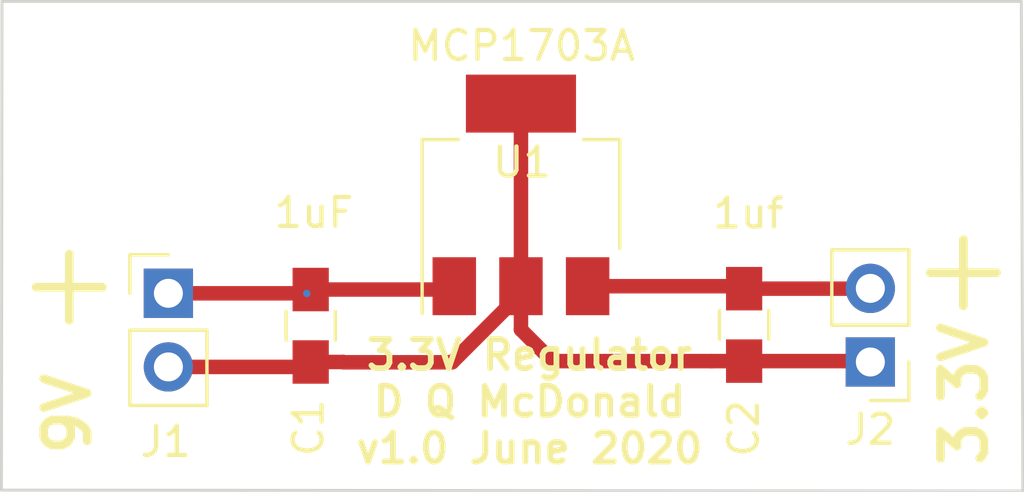
<source format=kicad_pcb>
(kicad_pcb (version 20171130) (host pcbnew "(5.1.2-1)-1")

  (general
    (thickness 1.6)
    (drawings 9)
    (tracks 23)
    (zones 0)
    (modules 7)
    (nets 4)
  )

  (page A4)
  (layers
    (0 F.Cu signal)
    (31 B.Cu signal)
    (32 B.Adhes user)
    (33 F.Adhes user)
    (34 B.Paste user)
    (35 F.Paste user)
    (36 B.SilkS user)
    (37 F.SilkS user)
    (38 B.Mask user)
    (39 F.Mask user)
    (40 Dwgs.User user)
    (41 Cmts.User user)
    (42 Eco1.User user)
    (43 Eco2.User user)
    (44 Edge.Cuts user)
    (45 Margin user)
    (46 B.CrtYd user)
    (47 F.CrtYd user)
    (48 B.Fab user)
    (49 F.Fab user)
  )

  (setup
    (last_trace_width 0.25)
    (trace_clearance 0.2)
    (zone_clearance 0.508)
    (zone_45_only no)
    (trace_min 0.2)
    (via_size 0.8)
    (via_drill 0.4)
    (via_min_size 0.4)
    (via_min_drill 0.3)
    (uvia_size 0.3)
    (uvia_drill 0.1)
    (uvias_allowed no)
    (uvia_min_size 0.2)
    (uvia_min_drill 0.1)
    (edge_width 0.05)
    (segment_width 0.2)
    (pcb_text_width 0.3)
    (pcb_text_size 1.5 1.5)
    (mod_edge_width 0.12)
    (mod_text_size 1 1)
    (mod_text_width 0.15)
    (pad_size 1.524 1.524)
    (pad_drill 0.762)
    (pad_to_mask_clearance 0.051)
    (solder_mask_min_width 0.25)
    (aux_axis_origin 0 0)
    (visible_elements FFFFFF7F)
    (pcbplotparams
      (layerselection 0x010a0_7fffffff)
      (usegerberextensions false)
      (usegerberattributes false)
      (usegerberadvancedattributes false)
      (creategerberjobfile false)
      (excludeedgelayer true)
      (linewidth 0.100000)
      (plotframeref false)
      (viasonmask false)
      (mode 1)
      (useauxorigin false)
      (hpglpennumber 1)
      (hpglpenspeed 20)
      (hpglpendiameter 15.000000)
      (psnegative false)
      (psa4output false)
      (plotreference true)
      (plotvalue true)
      (plotinvisibletext false)
      (padsonsilk false)
      (subtractmaskfromsilk false)
      (outputformat 1)
      (mirror false)
      (drillshape 0)
      (scaleselection 1)
      (outputdirectory "Gerber/"))
  )

  (net 0 "")
  (net 1 "Net-(C1-Pad1)")
  (net 2 "Net-(C1-Pad2)")
  (net 3 "Net-(C2-Pad1)")

  (net_class Default "This is the default net class."
    (clearance 0.2)
    (trace_width 0.25)
    (via_dia 0.8)
    (via_drill 0.4)
    (uvia_dia 0.3)
    (uvia_drill 0.1)
    (add_net "Net-(C1-Pad1)")
    (add_net "Net-(C1-Pad2)")
    (add_net "Net-(C2-Pad1)")
  )

  (module Mounting_Holes:MountingHole_3.2mm_M3 (layer F.Cu) (tedit 56D1B4CB) (tstamp 5EDC0B91)
    (at 116.22 -80.23)
    (descr "Mounting Hole 3.2mm, no annular, M3")
    (tags "mounting hole 3.2mm no annular m3")
    (attr virtual)
    (fp_text reference " " (at -5.65 0.53 90) (layer F.SilkS)
      (effects (font (size 1 1) (thickness 0.15)))
    )
    (fp_text value " " (at 0 4.2) (layer F.Fab)
      (effects (font (size 1 1) (thickness 0.15)))
    )
    (fp_text user %R (at 0.3 0) (layer F.Fab)
      (effects (font (size 1 1) (thickness 0.15)))
    )
    (fp_circle (center 0 0) (end 3.2 0) (layer Cmts.User) (width 0.15))
    (fp_circle (center 0 0) (end 3.45 0) (layer F.CrtYd) (width 0.05))
    (pad 1 np_thru_hole circle (at 0 0) (size 3.2 3.2) (drill 3.2) (layers *.Cu *.Mask))
  )

  (module Mounting_Holes:MountingHole_3.2mm_M3 (layer F.Cu) (tedit 56D1B4CB) (tstamp 5EDC0936)
    (at 88.87 -80.31)
    (descr "Mounting Hole 3.2mm, no annular, M3")
    (tags "mounting hole 3.2mm no annular m3")
    (attr virtual)
    (fp_text reference " " (at 6.08 -0.23) (layer F.SilkS)
      (effects (font (size 1 1) (thickness 0.15)))
    )
    (fp_text value "" (at 0 4.2) (layer F.Fab)
      (effects (font (size 1 1) (thickness 0.15)))
    )
    (fp_text user %R (at 0.3 0) (layer F.Fab)
      (effects (font (size 1 1) (thickness 0.15)))
    )
    (fp_circle (center 0 0) (end 3.2 0) (layer Cmts.User) (width 0.15))
    (fp_circle (center 0 0) (end 3.45 0) (layer F.CrtYd) (width 0.05))
    (pad 1 np_thru_hole circle (at 0 0) (size 3.2 3.2) (drill 3.2) (layers *.Cu *.Mask))
  )

  (module Capacitors_SMD:C_0805_HandSoldering (layer F.Cu) (tedit 58AA84A8) (tstamp 5EDB4725)
    (at 95.49 -72.8 270)
    (descr "Capacitor SMD 0805, hand soldering")
    (tags "capacitor 0805")
    (path /5EDB7212)
    (attr smd)
    (fp_text reference C1 (at 3.52 0.08 90) (layer F.SilkS)
      (effects (font (size 1 1) (thickness 0.15)))
    )
    (fp_text value 1uF (at -3.9 -0.11) (layer F.SilkS)
      (effects (font (size 1 1) (thickness 0.15)))
    )
    (fp_line (start -1 0.62) (end -1 -0.62) (layer F.Fab) (width 0.1))
    (fp_line (start 1 0.62) (end -1 0.62) (layer F.Fab) (width 0.1))
    (fp_line (start 1 -0.62) (end 1 0.62) (layer F.Fab) (width 0.1))
    (fp_line (start -1 -0.62) (end 1 -0.62) (layer F.Fab) (width 0.1))
    (fp_line (start 0.5 -0.85) (end -0.5 -0.85) (layer F.SilkS) (width 0.12))
    (fp_line (start -0.5 0.85) (end 0.5 0.85) (layer F.SilkS) (width 0.12))
    (fp_line (start -2.25 -0.88) (end 2.25 -0.88) (layer F.CrtYd) (width 0.05))
    (fp_line (start -2.25 -0.88) (end -2.25 0.87) (layer F.CrtYd) (width 0.05))
    (fp_line (start 2.25 0.87) (end 2.25 -0.88) (layer F.CrtYd) (width 0.05))
    (fp_line (start 2.25 0.87) (end -2.25 0.87) (layer F.CrtYd) (width 0.05))
    (pad 1 smd rect (at -1.25 0 270) (size 1.5 1.25) (layers F.Cu F.Paste F.Mask)
      (net 1 "Net-(C1-Pad1)"))
    (pad 2 smd rect (at 1.25 0 270) (size 1.5 1.25) (layers F.Cu F.Paste F.Mask)
      (net 2 "Net-(C1-Pad2)"))
    (model Capacitors_SMD.3dshapes/C_0805.wrl
      (at (xyz 0 0 0))
      (scale (xyz 1 1 1))
      (rotate (xyz 0 0 0))
    )
  )

  (module Capacitors_SMD:C_0805_HandSoldering (layer F.Cu) (tedit 58AA84A8) (tstamp 5EDB4736)
    (at 110.445001 -72.829999 270)
    (descr "Capacitor SMD 0805, hand soldering")
    (tags "capacitor 0805")
    (path /5EDB6A17)
    (attr smd)
    (fp_text reference C2 (at 3.569999 0.015001 90) (layer F.SilkS)
      (effects (font (size 1 1) (thickness 0.15)))
    )
    (fp_text value 1uf (at -3.850001 -0.144999) (layer F.SilkS)
      (effects (font (size 1 1) (thickness 0.15)))
    )
    (fp_line (start 2.25 0.87) (end -2.25 0.87) (layer F.CrtYd) (width 0.05))
    (fp_line (start 2.25 0.87) (end 2.25 -0.88) (layer F.CrtYd) (width 0.05))
    (fp_line (start -2.25 -0.88) (end -2.25 0.87) (layer F.CrtYd) (width 0.05))
    (fp_line (start -2.25 -0.88) (end 2.25 -0.88) (layer F.CrtYd) (width 0.05))
    (fp_line (start -0.5 0.85) (end 0.5 0.85) (layer F.SilkS) (width 0.12))
    (fp_line (start 0.5 -0.85) (end -0.5 -0.85) (layer F.SilkS) (width 0.12))
    (fp_line (start -1 -0.62) (end 1 -0.62) (layer F.Fab) (width 0.1))
    (fp_line (start 1 -0.62) (end 1 0.62) (layer F.Fab) (width 0.1))
    (fp_line (start 1 0.62) (end -1 0.62) (layer F.Fab) (width 0.1))
    (fp_line (start -1 0.62) (end -1 -0.62) (layer F.Fab) (width 0.1))
    (pad 2 smd rect (at 1.25 0 270) (size 1.5 1.25) (layers F.Cu F.Paste F.Mask)
      (net 2 "Net-(C1-Pad2)"))
    (pad 1 smd rect (at -1.25 0 270) (size 1.5 1.25) (layers F.Cu F.Paste F.Mask)
      (net 3 "Net-(C2-Pad1)"))
    (model Capacitors_SMD.3dshapes/C_0805.wrl
      (at (xyz 0 0 0))
      (scale (xyz 1 1 1))
      (rotate (xyz 0 0 0))
    )
  )

  (module Pin_Headers:Pin_Header_Straight_1x02_Pitch2.54mm (layer F.Cu) (tedit 59650532) (tstamp 5EDB474C)
    (at 90.58 -73.92)
    (descr "Through hole straight pin header, 1x02, 2.54mm pitch, single row")
    (tags "Through hole pin header THT 1x02 2.54mm single row")
    (path /5EDB3847)
    (fp_text reference J1 (at -0.09 5.12) (layer F.SilkS)
      (effects (font (size 1 1) (thickness 0.15)))
    )
    (fp_text value " " (at 0 4.87) (layer F.Fab)
      (effects (font (size 1 1) (thickness 0.15)))
    )
    (fp_text user %R (at 0 1.27 90) (layer F.Fab)
      (effects (font (size 1 1) (thickness 0.15)))
    )
    (fp_line (start 1.8 -1.8) (end -1.8 -1.8) (layer F.CrtYd) (width 0.05))
    (fp_line (start 1.8 4.35) (end 1.8 -1.8) (layer F.CrtYd) (width 0.05))
    (fp_line (start -1.8 4.35) (end 1.8 4.35) (layer F.CrtYd) (width 0.05))
    (fp_line (start -1.8 -1.8) (end -1.8 4.35) (layer F.CrtYd) (width 0.05))
    (fp_line (start -1.33 -1.33) (end 0 -1.33) (layer F.SilkS) (width 0.12))
    (fp_line (start -1.33 0) (end -1.33 -1.33) (layer F.SilkS) (width 0.12))
    (fp_line (start -1.33 1.27) (end 1.33 1.27) (layer F.SilkS) (width 0.12))
    (fp_line (start 1.33 1.27) (end 1.33 3.87) (layer F.SilkS) (width 0.12))
    (fp_line (start -1.33 1.27) (end -1.33 3.87) (layer F.SilkS) (width 0.12))
    (fp_line (start -1.33 3.87) (end 1.33 3.87) (layer F.SilkS) (width 0.12))
    (fp_line (start -1.27 -0.635) (end -0.635 -1.27) (layer F.Fab) (width 0.1))
    (fp_line (start -1.27 3.81) (end -1.27 -0.635) (layer F.Fab) (width 0.1))
    (fp_line (start 1.27 3.81) (end -1.27 3.81) (layer F.Fab) (width 0.1))
    (fp_line (start 1.27 -1.27) (end 1.27 3.81) (layer F.Fab) (width 0.1))
    (fp_line (start -0.635 -1.27) (end 1.27 -1.27) (layer F.Fab) (width 0.1))
    (pad 2 thru_hole oval (at 0 2.54) (size 1.7 1.7) (drill 1) (layers *.Cu *.Mask)
      (net 2 "Net-(C1-Pad2)"))
    (pad 1 thru_hole rect (at 0 0) (size 1.7 1.7) (drill 1) (layers *.Cu *.Mask)
      (net 1 "Net-(C1-Pad1)"))
    (model ${KISYS3DMOD}/Pin_Headers.3dshapes/Pin_Header_Straight_1x02_Pitch2.54mm.wrl
      (at (xyz 0 0 0))
      (scale (xyz 1 1 1))
      (rotate (xyz 0 0 0))
    )
  )

  (module Pin_Headers:Pin_Header_Straight_1x02_Pitch2.54mm (layer F.Cu) (tedit 59650532) (tstamp 5EDB4762)
    (at 114.8 -71.55 180)
    (descr "Through hole straight pin header, 1x02, 2.54mm pitch, single row")
    (tags "Through hole pin header THT 1x02 2.54mm single row")
    (path /5EDB51ED)
    (fp_text reference J2 (at 0 -2.33) (layer F.SilkS)
      (effects (font (size 1 1) (thickness 0.15)))
    )
    (fp_text value " " (at 0 4.87) (layer F.Fab)
      (effects (font (size 1 1) (thickness 0.15)))
    )
    (fp_line (start -0.635 -1.27) (end 1.27 -1.27) (layer F.Fab) (width 0.1))
    (fp_line (start 1.27 -1.27) (end 1.27 3.81) (layer F.Fab) (width 0.1))
    (fp_line (start 1.27 3.81) (end -1.27 3.81) (layer F.Fab) (width 0.1))
    (fp_line (start -1.27 3.81) (end -1.27 -0.635) (layer F.Fab) (width 0.1))
    (fp_line (start -1.27 -0.635) (end -0.635 -1.27) (layer F.Fab) (width 0.1))
    (fp_line (start -1.33 3.87) (end 1.33 3.87) (layer F.SilkS) (width 0.12))
    (fp_line (start -1.33 1.27) (end -1.33 3.87) (layer F.SilkS) (width 0.12))
    (fp_line (start 1.33 1.27) (end 1.33 3.87) (layer F.SilkS) (width 0.12))
    (fp_line (start -1.33 1.27) (end 1.33 1.27) (layer F.SilkS) (width 0.12))
    (fp_line (start -1.33 0) (end -1.33 -1.33) (layer F.SilkS) (width 0.12))
    (fp_line (start -1.33 -1.33) (end 0 -1.33) (layer F.SilkS) (width 0.12))
    (fp_line (start -1.8 -1.8) (end -1.8 4.35) (layer F.CrtYd) (width 0.05))
    (fp_line (start -1.8 4.35) (end 1.8 4.35) (layer F.CrtYd) (width 0.05))
    (fp_line (start 1.8 4.35) (end 1.8 -1.8) (layer F.CrtYd) (width 0.05))
    (fp_line (start 1.8 -1.8) (end -1.8 -1.8) (layer F.CrtYd) (width 0.05))
    (fp_text user %R (at 0 1.27 90) (layer F.Fab)
      (effects (font (size 1 1) (thickness 0.15)))
    )
    (pad 1 thru_hole rect (at 0 0 180) (size 1.7 1.7) (drill 1) (layers *.Cu *.Mask)
      (net 2 "Net-(C1-Pad2)"))
    (pad 2 thru_hole oval (at 0 2.54 180) (size 1.7 1.7) (drill 1) (layers *.Cu *.Mask)
      (net 3 "Net-(C2-Pad1)"))
    (model ${KISYS3DMOD}/Pin_Headers.3dshapes/Pin_Header_Straight_1x02_Pitch2.54mm.wrl
      (at (xyz 0 0 0))
      (scale (xyz 1 1 1))
      (rotate (xyz 0 0 0))
    )
  )

  (module TO_SOT_Packages_SMD:SOT-223-3_TabPin2 (layer F.Cu) (tedit 58CE4E7E) (tstamp 5EDB4778)
    (at 102.745001 -77.314999 90)
    (descr "module CMS SOT223 4 pins")
    (tags "CMS SOT")
    (path /5EDB3645)
    (attr smd)
    (fp_text reference U1 (at 1.125001 0.034999 180) (layer F.SilkS)
      (effects (font (size 1 1) (thickness 0.15)))
    )
    (fp_text value MCP1703A (at 5.145001 0.024999 180) (layer F.SilkS)
      (effects (font (size 1 1) (thickness 0.15)))
    )
    (fp_line (start 1.85 -3.35) (end 1.85 3.35) (layer F.Fab) (width 0.1))
    (fp_line (start -1.85 3.35) (end 1.85 3.35) (layer F.Fab) (width 0.1))
    (fp_line (start -4.1 -3.41) (end 1.91 -3.41) (layer F.SilkS) (width 0.12))
    (fp_line (start -0.85 -3.35) (end 1.85 -3.35) (layer F.Fab) (width 0.1))
    (fp_line (start -1.85 3.41) (end 1.91 3.41) (layer F.SilkS) (width 0.12))
    (fp_line (start -1.85 -2.35) (end -1.85 3.35) (layer F.Fab) (width 0.1))
    (fp_line (start -1.85 -2.35) (end -0.85 -3.35) (layer F.Fab) (width 0.1))
    (fp_line (start -4.4 -3.6) (end -4.4 3.6) (layer F.CrtYd) (width 0.05))
    (fp_line (start -4.4 3.6) (end 4.4 3.6) (layer F.CrtYd) (width 0.05))
    (fp_line (start 4.4 3.6) (end 4.4 -3.6) (layer F.CrtYd) (width 0.05))
    (fp_line (start 4.4 -3.6) (end -4.4 -3.6) (layer F.CrtYd) (width 0.05))
    (fp_line (start 1.91 -3.41) (end 1.91 -2.15) (layer F.SilkS) (width 0.12))
    (fp_line (start 1.91 3.41) (end 1.91 2.15) (layer F.SilkS) (width 0.12))
    (fp_text user %R (at 0 0) (layer F.Fab)
      (effects (font (size 0.8 0.8) (thickness 0.12)))
    )
    (pad 1 smd rect (at -3.15 -2.3 90) (size 2 1.5) (layers F.Cu F.Paste F.Mask)
      (net 1 "Net-(C1-Pad1)"))
    (pad 3 smd rect (at -3.15 2.3 90) (size 2 1.5) (layers F.Cu F.Paste F.Mask)
      (net 3 "Net-(C2-Pad1)"))
    (pad 2 smd rect (at -3.15 0 90) (size 2 1.5) (layers F.Cu F.Paste F.Mask)
      (net 2 "Net-(C1-Pad2)"))
    (pad 2 smd rect (at 3.15 0 90) (size 2 3.8) (layers F.Cu F.Paste F.Mask)
      (net 2 "Net-(C1-Pad2)"))
    (model ${KISYS3DMOD}/TO_SOT_Packages_SMD.3dshapes/SOT-223.wrl
      (at (xyz 0 0 0))
      (scale (xyz 1 1 1))
      (rotate (xyz 0 0 0))
    )
  )

  (gr_line (start 84.82 -67.13) (end 84.84 -83.99) (layer Edge.Cuts) (width 0.1))
  (gr_line (start 120.06 -67.1) (end 84.82 -67.13) (layer Edge.Cuts) (width 0.1))
  (gr_line (start 120.01 -83.99) (end 120.06 -67.1) (layer Edge.Cuts) (width 0.1))
  (gr_line (start 84.84 -83.99) (end 120.01 -83.99) (layer Edge.Cuts) (width 0.1))
  (gr_text "3.3V Regulator\nD Q McDonald\nv1.0 June 2020" (at 103.04 -70.18) (layer F.SilkS)
    (effects (font (size 1 1) (thickness 0.2)))
  )
  (gr_text 3.3V (at 118.04 -70.44 90) (layer F.SilkS)
    (effects (font (size 1.5 1.5) (thickness 0.3)))
  )
  (gr_text 9V (at 87.1 -69.76 90) (layer F.SilkS)
    (effects (font (size 1.5 1.5) (thickness 0.3)))
  )
  (gr_text + (at 118.01 -74.86) (layer F.SilkS)
    (effects (font (size 3 3) (thickness 0.3)))
  )
  (gr_text + (at 87.16 -74.36) (layer F.SilkS)
    (effects (font (size 3 3) (thickness 0.3)))
  )

  (segment (start 95.35 -73.92) (end 95.36 -73.91) (width 0.25) (layer B.Cu) (net 1))
  (segment (start 95.36 -73.92) (end 95.49 -74.05) (width 0.5) (layer F.Cu) (net 1))
  (segment (start 90.58 -73.92) (end 95.36 -73.92) (width 0.5) (layer F.Cu) (net 1))
  (segment (start 100.330002 -74.05) (end 100.445001 -74.164999) (width 0.5) (layer F.Cu) (net 1))
  (segment (start 95.49 -74.05) (end 100.330002 -74.05) (width 0.5) (layer F.Cu) (net 1))
  (segment (start 95.32 -71.38) (end 95.49 -71.55) (width 0.5) (layer F.Cu) (net 2))
  (segment (start 90.58 -71.38) (end 95.32 -71.38) (width 0.5) (layer F.Cu) (net 2))
  (segment (start 96.615 -71.55) (end 96.625 -71.54) (width 0.5) (layer F.Cu) (net 2))
  (segment (start 95.49 -71.55) (end 96.615 -71.55) (width 0.5) (layer F.Cu) (net 2))
  (segment (start 100.370002 -71.54) (end 102.745001 -73.914999) (width 0.5) (layer F.Cu) (net 2))
  (segment (start 102.745001 -73.914999) (end 102.745001 -74.164999) (width 0.5) (layer F.Cu) (net 2))
  (segment (start 96.625 -71.54) (end 100.370002 -71.54) (width 0.5) (layer F.Cu) (net 2))
  (segment (start 109.320001 -71.579999) (end 110.445001 -71.579999) (width 0.5) (layer F.Cu) (net 2))
  (segment (start 103.830001 -71.579999) (end 109.320001 -71.579999) (width 0.5) (layer F.Cu) (net 2))
  (segment (start 102.745001 -72.664999) (end 103.830001 -71.579999) (width 0.5) (layer F.Cu) (net 2))
  (segment (start 102.745001 -74.164999) (end 102.745001 -72.664999) (width 0.5) (layer F.Cu) (net 2))
  (segment (start 114.770001 -71.579999) (end 114.8 -71.55) (width 0.5) (layer F.Cu) (net 2))
  (segment (start 110.445001 -71.579999) (end 114.770001 -71.579999) (width 0.5) (layer F.Cu) (net 2))
  (segment (start 102.745001 -74.164999) (end 102.745001 -80.464999) (width 0.5) (layer F.Cu) (net 2))
  (segment (start 110.360001 -74.164999) (end 110.445001 -74.079999) (width 0.5) (layer F.Cu) (net 3))
  (segment (start 105.045001 -74.164999) (end 110.360001 -74.164999) (width 0.5) (layer F.Cu) (net 3))
  (segment (start 114.789999 -74.079999) (end 114.8 -74.09) (width 0.5) (layer F.Cu) (net 3))
  (segment (start 110.445001 -74.079999) (end 114.789999 -74.079999) (width 0.5) (layer F.Cu) (net 3))

)

</source>
